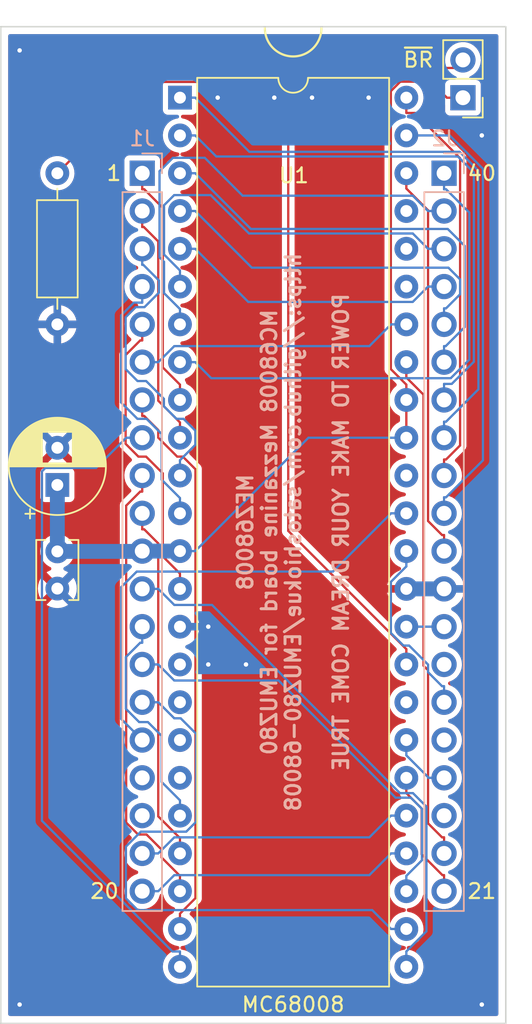
<source format=kicad_pcb>
(kicad_pcb (version 20211014) (generator pcbnew)
  (title_block (title "EMU68008") (date "2022-08-09") (rev "A"))
  (layers (0 "F.Cu" signal) (31 "B.Cu" signal) (34 "B.Paste" user) (35 "F.Paste" user) (36 "B.SilkS" user "B.Silkscreen") (37 "F.SilkS" user "F.Silkscreen") (38 "B.Mask" user) (39 "F.Mask" user) (44 "Edge.Cuts" user))
  (net 0 "")
  (net 1 "GND")
  (net 2 "VCC")
  (net 3 "A11")
  (net 4 "A12")
  (net 5 "A13")
  (net 6 "A14")
  (net 7 "A15")
  (net 8 "RA2-CLK")
  (net 9 "D4")
  (net 10 "D3")
  (net 11 "D5")
  (net 12 "D6")
  (net 13 "D2")
  (net 14 "D7")
  (net 15 "D0")
  (net 16 "D1")
  (net 17 "RA4-DTACK")
  (net 18 "RE0-IPL1")
  (net 19 "A10")
  (net 20 "A9")
  (net 21 "A8")
  (net 22 "A7")
  (net 23 "A6")
  (net 24 "A5")
  (net 25 "A4")
  (net 26 "A3")
  (net 27 "A2")
  (net 28 "A1")
  (net 29 "A0")
  (net 30 "RA5-RW")
  (net 34 "RA0-AS")
  (net 35 "RA1-DS")
  (net 38 "/BR")
  (net 39 "RE2-RESET")
  (net 49 "RA3-IPL2")
  (net 50 "RE1-HALT")
  (footprint "Resistor_THT:R_Axial_DIN0207_L6.3mm_D2.5mm_P10.16mm_Horizontal" (layer "F.Cu") (at 103.81 92.85 -90)
    (fp_text reference "R1" hide)
    (fp_text value "10k")
    (pad "1" thru_hole circle (at 0 0 270) (size 1.6 1.6) (drill 0.8) (layers *.Cu *.Mask) (net 38 "/BR"))
    (pad "2" thru_hole oval (at 10.16 0 270) (size 1.6 1.6) (drill 0.8) (layers *.Cu *.Mask) (net 1 "GND"))
  )
  (footprint "Capacitor_THT:CP_Radial_D6.3mm_P2.50mm" (layer "F.Cu") (at 103.81 113.805 90)
    (fp_text reference "C2" hide)
    (fp_text value "47uF")
    (pad "1" thru_hole rect (at 0 0 90) (size 1.6 1.6) (drill 0.8) (layers *.Cu *.Mask) (net 2 "VCC"))
    (pad "2" thru_hole circle (at 2.5 0 90) (size 1.6 1.6) (drill 0.8) (layers *.Cu *.Mask) (net 1 "GND"))
  )
  (footprint "Package_DIP:DIP-48_W15.24mm" (layer "F.Cu") (at 112.065 87.77)
    (fp_text reference "U1" (at 7.665 5.23) (layer "F.SilkS"))
    (fp_text value "68008D")
    (pad "1" thru_hole rect (at 0 0) (size 1.6 1.6) (drill 0.8) (layers *.Cu *.Mask) (net 26 "A3"))
    (pad "2" thru_hole oval (at 0 2.54) (size 1.6 1.6) (drill 0.8) (layers *.Cu *.Mask) (net 25 "A4"))
    (pad "3" thru_hole oval (at 0 5.08) (size 1.6 1.6) (drill 0.8) (layers *.Cu *.Mask) (net 24 "A5"))
    (pad "4" thru_hole oval (at 0 7.62) (size 1.6 1.6) (drill 0.8) (layers *.Cu *.Mask) (net 23 "A6"))
    (pad "5" thru_hole oval (at 0 10.16) (size 1.6 1.6) (drill 0.8) (layers *.Cu *.Mask) (net 22 "A7"))
    (pad "6" thru_hole oval (at 0 12.7) (size 1.6 1.6) (drill 0.8) (layers *.Cu *.Mask) (net 21 "A8"))
    (pad "7" thru_hole oval (at 0 15.24) (size 1.6 1.6) (drill 0.8) (layers *.Cu *.Mask) (net 20 "A9"))
    (pad "8" thru_hole oval (at 0 17.78) (size 1.6 1.6) (drill 0.8) (layers *.Cu *.Mask) (net 19 "A10"))
    (pad "9" thru_hole oval (at 0 20.32) (size 1.6 1.6) (drill 0.8) (layers *.Cu *.Mask) (net 3 "A11"))
    (pad "10" thru_hole oval (at 0 22.86) (size 1.6 1.6) (drill 0.8) (layers *.Cu *.Mask) (net 4 "A12"))
    (pad "11" thru_hole oval (at 0 25.4) (size 1.6 1.6) (drill 0.8) (layers *.Cu *.Mask) (net 5 "A13"))
    (pad "12" thru_hole oval (at 0 27.94) (size 1.6 1.6) (drill 0.8) (layers *.Cu *.Mask) (net 6 "A14"))
    (pad "13" thru_hole oval (at 0 30.48) (size 1.6 1.6) (drill 0.8) (layers *.Cu *.Mask) (net 2 "VCC"))
    (pad "14" thru_hole oval (at 0 33.02) (size 1.6 1.6) (drill 0.8) (layers *.Cu *.Mask) (net 7 "A15"))
    (pad "15" thru_hole oval (at 0 35.56) (size 1.6 1.6) (drill 0.8) (layers *.Cu *.Mask) (net 1 "GND"))
    (pad "16" thru_hole oval (at 0 38.1) (size 1.6 1.6) (drill 0.8) (layers *.Cu *.Mask))
    (pad "17" thru_hole oval (at 0 40.64) (size 1.6 1.6) (drill 0.8) (layers *.Cu *.Mask))
    (pad "18" thru_hole oval (at 0 43.18) (size 1.6 1.6) (drill 0.8) (layers *.Cu *.Mask))
    (pad "19" thru_hole oval (at 0 45.72) (size 1.6 1.6) (drill 0.8) (layers *.Cu *.Mask))
    (pad "20" thru_hole oval (at 0 48.26) (size 1.6 1.6) (drill 0.8) (layers *.Cu *.Mask) (net 14 "D7"))
    (pad "21" thru_hole oval (at 0 50.8) (size 1.6 1.6) (drill 0.8) (layers *.Cu *.Mask) (net 12 "D6"))
    (pad "22" thru_hole oval (at 0 53.34) (size 1.6 1.6) (drill 0.8) (layers *.Cu *.Mask) (net 11 "D5"))
    (pad "23" thru_hole oval (at 0 55.88) (size 1.6 1.6) (drill 0.8) (layers *.Cu *.Mask) (net 9 "D4"))
    (pad "24" thru_hole oval (at 0 58.42) (size 1.6 1.6) (drill 0.8) (layers *.Cu *.Mask) (net 10 "D3"))
    (pad "25" thru_hole oval (at 15.24 58.42) (size 1.6 1.6) (drill 0.8) (layers *.Cu *.Mask) (net 13 "D2"))
    (pad "26" thru_hole oval (at 15.24 55.88) (size 1.6 1.6) (drill 0.8) (layers *.Cu *.Mask) (net 16 "D1"))
    (pad "27" thru_hole oval (at 15.24 53.34) (size 1.6 1.6) (drill 0.8) (layers *.Cu *.Mask) (net 15 "D0"))
    (pad "28" thru_hole oval (at 15.24 50.8) (size 1.6 1.6) (drill 0.8) (layers *.Cu *.Mask) (net 34 "RA0-AS"))
    (pad "29" thru_hole oval (at 15.24 48.26) (size 1.6 1.6) (drill 0.8) (layers *.Cu *.Mask) (net 35 "RA1-DS"))
    (pad "30" thru_hole oval (at 15.24 45.72) (size 1.6 1.6) (drill 0.8) (layers *.Cu *.Mask) (net 30 "RA5-RW"))
    (pad "31" thru_hole oval (at 15.24 43.18) (size 1.6 1.6) (drill 0.8) (layers *.Cu *.Mask) (net 17 "RA4-DTACK"))
    (pad "32" thru_hole oval (at 15.24 40.64) (size 1.6 1.6) (drill 0.8) (layers *.Cu *.Mask))
    (pad "33" thru_hole oval (at 15.24 38.1) (size 1.6 1.6) (drill 0.8) (layers *.Cu *.Mask) (net 38 "/BR"))
    (pad "34" thru_hole oval (at 15.24 35.56) (size 1.6 1.6) (drill 0.8) (layers *.Cu *.Mask) (net 8 "RA2-CLK"))
    (pad "35" thru_hole oval (at 15.24 33.02) (size 1.6 1.6) (drill 0.8) (layers *.Cu *.Mask) (net 1 "GND"))
    (pad "36" thru_hole oval (at 15.24 30.48) (size 1.6 1.6) (drill 0.8) (layers *.Cu *.Mask) (net 50 "RE1-HALT"))
    (pad "37" thru_hole oval (at 15.24 27.94) (size 1.6 1.6) (drill 0.8) (layers *.Cu *.Mask) (net 39 "RE2-RESET"))
    (pad "38" thru_hole oval (at 15.24 25.4) (size 1.6 1.6) (drill 0.8) (layers *.Cu *.Mask))
    (pad "39" thru_hole oval (at 15.24 22.86) (size 1.6 1.6) (drill 0.8) (layers *.Cu *.Mask) (net 2 "VCC"))
    (pad "40" thru_hole oval (at 15.24 20.32) (size 1.6 1.6) (drill 0.8) (layers *.Cu *.Mask) (net 2 "VCC"))
    (pad "41" thru_hole oval (at 15.24 17.78) (size 1.6 1.6) (drill 0.8) (layers *.Cu *.Mask) (net 18 "RE0-IPL1"))
    (pad "42" thru_hole oval (at 15.24 15.24) (size 1.6 1.6) (drill 0.8) (layers *.Cu *.Mask) (net 49 "RA3-IPL2"))
    (pad "43" thru_hole oval (at 15.24 12.7) (size 1.6 1.6) (drill 0.8) (layers *.Cu *.Mask))
    (pad "44" thru_hole oval (at 15.24 10.16) (size 1.6 1.6) (drill 0.8) (layers *.Cu *.Mask))
    (pad "45" thru_hole oval (at 15.24 7.62) (size 1.6 1.6) (drill 0.8) (layers *.Cu *.Mask))
    (pad "46" thru_hole oval (at 15.24 5.08) (size 1.6 1.6) (drill 0.8) (layers *.Cu *.Mask) (net 29 "A0"))
    (pad "47" thru_hole oval (at 15.24 2.54) (size 1.6 1.6) (drill 0.8) (layers *.Cu *.Mask) (net 28 "A1"))
    (pad "48" thru_hole oval (at 15.24 0) (size 1.6 1.6) (drill 0.8) (layers *.Cu *.Mask) (net 27 "A2"))
  )
  (footprint "Connector_PinHeader_2.54mm:PinHeader_1x02_P2.54mm_Vertical" (layer "F.Cu") (at 131.115 87.775 180)
    (fp_text reference "J3" hide)
    (fp_text value "Conn_01x02")
    (pad "1" thru_hole rect (at 0 0 180) (size 1.7 1.7) (drill 1) (layers *.Cu *.Mask) (net 2 "VCC"))
    (pad "2" thru_hole oval (at 0 2.54 180) (size 1.7 1.7) (drill 1) (layers *.Cu *.Mask) (net 38 "/BR"))
  )
  (footprint "Capacitor_THT:C_Disc_D3.8mm_W2.6mm_P2.50mm" (layer "F.Cu") (at 103.81 118.27 -90)
    (fp_text reference "C1" hide)
    (fp_text value "0.1uF")
    (pad "1" thru_hole circle (at 0 0 270) (size 1.6 1.6) (drill 0.8) (layers *.Cu *.Mask) (net 2 "VCC"))
    (pad "2" thru_hole circle (at 2.5 0 270) (size 1.6 1.6) (drill 0.8) (layers *.Cu *.Mask) (net 1 "GND"))
  )
  (footprint "Connector_PinHeader_2.54mm:PinHeader_1x20_P2.54mm_Vertical" (layer "B.Cu") (at 129.845 92.85 180)
    (fp_text reference "J2" (at 0 2.33) (layer "B.SilkS") (effects (justify mirror)))
    (fp_text value "Conn_01x20")
    (pad "1" thru_hole rect (at 0 0 180) (size 1.7 1.7) (drill 1) (layers *.Cu *.Mask) (net 19 "A10"))
    (pad "2" thru_hole oval (at 0 -2.54 180) (size 1.7 1.7) (drill 1) (layers *.Cu *.Mask) (net 20 "A9"))
    (pad "3" thru_hole oval (at 0 -5.08 180) (size 1.7 1.7) (drill 1) (layers *.Cu *.Mask) (net 21 "A8"))
    (pad "4" thru_hole oval (at 0 -7.62 180) (size 1.7 1.7) (drill 1) (layers *.Cu *.Mask) (net 22 "A7"))
    (pad "5" thru_hole oval (at 0 -10.16 180) (size 1.7 1.7) (drill 1) (layers *.Cu *.Mask) (net 23 "A6"))
    (pad "6" thru_hole oval (at 0 -12.7 180) (size 1.7 1.7) (drill 1) (layers *.Cu *.Mask) (net 24 "A5"))
    (pad "7" thru_hole oval (at 0 -15.24 180) (size 1.7 1.7) (drill 1) (layers *.Cu *.Mask) (net 25 "A4"))
    (pad "8" thru_hole oval (at 0 -17.78 180) (size 1.7 1.7) (drill 1) (layers *.Cu *.Mask) (net 26 "A3"))
    (pad "9" thru_hole oval (at 0 -20.32 180) (size 1.7 1.7) (drill 1) (layers *.Cu *.Mask) (net 27 "A2"))
    (pad "10" thru_hole oval (at 0 -22.86 180) (size 1.7 1.7) (drill 1) (layers *.Cu *.Mask) (net 28 "A1"))
    (pad "11" thru_hole oval (at 0 -25.4 180) (size 1.7 1.7) (drill 1) (layers *.Cu *.Mask) (net 29 "A0"))
    (pad "12" thru_hole oval (at 0 -27.94 180) (size 1.7 1.7) (drill 1) (layers *.Cu *.Mask) (net 1 "GND"))
    (pad "13" thru_hole oval (at 0 -30.48 180) (size 1.7 1.7) (drill 1) (layers *.Cu *.Mask) (net 8 "RA2-CLK"))
    (pad "14" thru_hole oval (at 0 -33.02 180) (size 1.7 1.7) (drill 1) (layers *.Cu *.Mask))
    (pad "15" thru_hole oval (at 0 -35.56 180) (size 1.7 1.7) (drill 1) (layers *.Cu *.Mask) (net 50 "RE1-HALT"))
    (pad "16" thru_hole oval (at 0 -38.1 180) (size 1.7 1.7) (drill 1) (layers *.Cu *.Mask))
    (pad "17" thru_hole oval (at 0 -40.64 180) (size 1.7 1.7) (drill 1) (layers *.Cu *.Mask) (net 17 "RA4-DTACK"))
    (pad "18" thru_hole oval (at 0 -43.18 180) (size 1.7 1.7) (drill 1) (layers *.Cu *.Mask))
    (pad "19" thru_hole oval (at 0 -45.72 180) (size 1.7 1.7) (drill 1) (layers *.Cu *.Mask) (net 18 "RE0-IPL1"))
    (pad "20" thru_hole oval (at 0 -48.26 180) (size 1.7 1.7) (drill 1) (layers *.Cu *.Mask) (net 30 "RA5-RW"))
  )
  (footprint "Connector_PinHeader_2.54mm:PinHeader_1x20_P2.54mm_Vertical" (layer "B.Cu") (at 109.525 92.85 180)
    (fp_text reference "J1" (at 0 2.33) (layer "B.SilkS") (effects (justify mirror)))
    (fp_text value "Conn_01x20")
    (pad "1" thru_hole rect (at 0 0 180) (size 1.7 1.7) (drill 1) (layers *.Cu *.Mask) (net 3 "A11"))
    (pad "2" thru_hole oval (at 0 -2.54 180) (size 1.7 1.7) (drill 1) (layers *.Cu *.Mask) (net 4 "A12"))
    (pad "3" thru_hole oval (at 0 -5.08 180) (size 1.7 1.7) (drill 1) (layers *.Cu *.Mask) (net 5 "A13"))
    (pad "4" thru_hole oval (at 0 -7.62 180) (size 1.7 1.7) (drill 1) (layers *.Cu *.Mask) (net 6 "A14"))
    (pad "5" thru_hole oval (at 0 -10.16 180) (size 1.7 1.7) (drill 1) (layers *.Cu *.Mask) (net 7 "A15"))
    (pad "6" thru_hole oval (at 0 -12.7 180) (size 1.7 1.7) (drill 1) (layers *.Cu *.Mask) (net 49 "RA3-IPL2"))
    (pad "7" thru_hole oval (at 0 -15.24 180) (size 1.7 1.7) (drill 1) (layers *.Cu *.Mask) (net 9 "D4"))
    (pad "8" thru_hole oval (at 0 -17.78 180) (size 1.7 1.7) (drill 1) (layers *.Cu *.Mask) (net 10 "D3"))
    (pad "9" thru_hole oval (at 0 -20.32 180) (size 1.7 1.7) (drill 1) (layers *.Cu *.Mask) (net 11 "D5"))
    (pad "10" thru_hole oval (at 0 -22.86 180) (size 1.7 1.7) (drill 1) (layers *.Cu *.Mask) (net 12 "D6"))
    (pad "11" thru_hole oval (at 0 -25.4 180) (size 1.7 1.7) (drill 1) (layers *.Cu *.Mask) (net 2 "VCC"))
    (pad "12" thru_hole oval (at 0 -27.94 180) (size 1.7 1.7) (drill 1) (layers *.Cu *.Mask) (net 13 "D2"))
    (pad "13" thru_hole oval (at 0 -30.48 180) (size 1.7 1.7) (drill 1) (layers *.Cu *.Mask) (net 14 "D7"))
    (pad "14" thru_hole oval (at 0 -33.02 180) (size 1.7 1.7) (drill 1) (layers *.Cu *.Mask) (net 15 "D0"))
    (pad "15" thru_hole oval (at 0 -35.56 180) (size 1.7 1.7) (drill 1) (layers *.Cu *.Mask) (net 16 "D1"))
    (pad "16" thru_hole oval (at 0 -38.1 180) (size 1.7 1.7) (drill 1) (layers *.Cu *.Mask) (net 39 "RE2-RESET"))
    (pad "17" thru_hole oval (at 0 -40.64 180) (size 1.7 1.7) (drill 1) (layers *.Cu *.Mask))
    (pad "18" thru_hole oval (at 0 -43.18 180) (size 1.7 1.7) (drill 1) (layers *.Cu *.Mask))
    (pad "19" thru_hole oval (at 0 -45.72 180) (size 1.7 1.7) (drill 1) (layers *.Cu *.Mask) (net 35 "RA1-DS"))
    (pad "20" thru_hole oval (at 0 -48.26 180) (size 1.7 1.7) (drill 1) (layers *.Cu *.Mask) (net 34 "RA0-AS"))
  )
  (gr_arc (start 121.59 83.095) (mid 119.685 85) (end 117.78 83.095) (layer "F.SilkS") (width 0.15))
  (gr_rect (start 100 150) (end 134 83) (layer "Edge.Cuts") (width 0.1) (fill none))
  (gr_text "MEZ68008\nMC68008 Mezzanine board for EMUZ80\nhttps://github.com/satoshiokue/EMUZ80-68008\n\nPOWER TO MAKE YOUR DREAM COME TRUE" (at 119.685 116.98 90) (layer "B.SilkS") (effects (font (size 1 1) (thickness 0.2)) (justify mirror)))
  (gr_text "~{BR}" (at 129.21 85.23) (layer "F.SilkS") (effects (font (size 1 1)) (justify right)))
  (gr_text "20" (at 106.985 141.11) (layer "F.SilkS") (effects (font (size 1 1))))
  (gr_text "40" (at 132.385 92.85) (layer "F.SilkS") (effects (font (size 1 1))))
  (gr_text "MC68008" (at 119.685 148.73) (layer "F.SilkS") (effects (font (size 1 1))))
  (gr_text "21" (at 132.385 141.11) (layer "F.SilkS") (effects (font (size 1 1))))
  (gr_text "1" (at 107.62 92.85) (layer "F.SilkS") (effects (font (size 1 1))))
  (via (at 101.27 84.595) (size 0.605) (drill 0.3) (layers "F.Cu" "B.Cu") (net 1))
  (via (at 124.765 87.77) (size 0.605) (drill 0.3) (layers "F.Cu" "B.Cu") (net 1))
  (via (at 113.97 125.87) (size 0.605) (drill 0.3) (layers "F.Cu" "B.Cu") (net 1))
  (via (at 120.955 87.77) (size 0.605) (drill 0.3) (layers "F.Cu" "B.Cu") (net 1))
  (via (at 118.415 87.77) (size 0.605) (drill 0.3) (layers "F.Cu" "B.Cu") (net 1))
  (via (at 114.605 87.77) (size 0.605) (drill 0.3) (layers "F.Cu" "B.Cu") (net 1))
  (via (at 113.97 123.33) (size 0.605) (drill 0.3) (layers "F.Cu" "B.Cu") (net 1))
  (via (at 132.385 90.31) (size 0.605) (drill 0.3) (layers "F.Cu" "B.Cu") (net 1))
  (via (at 101.27 148.73) (size 0.605) (drill 0.3) (layers "F.Cu" "B.Cu") (net 1))
  (via (at 116.51 125.87) (size 0.605) (drill 0.3) (layers "F.Cu" "B.Cu") (net 1))
  (via (at 132.385 148.73) (size 0.605) (drill 0.3) (layers "F.Cu" "B.Cu") (net 1))
  (segment (start 129.845 120.79) (end 127.305 120.79) (width 1) (layer "B.Cu") (net 1))
  (segment (start 126.2608 106.0169) (end 126.2608 87.3341) (width 0.1524) (layer "F.Cu") (net 2))
  (segment (start 127.305 110.63) (end 127.305 108.09) (width 0.1524) (layer "F.Cu") (net 2))
  (segment (start 131.115 87.775) (end 130.0361 87.775) (width 0.1524) (layer "F.Cu") (net 2))
  (segment (start 126.8984 86.6965) (end 128.9576 86.6965) (width 0.1524) (layer "F.Cu") (net 2))
  (segment (start 128.9576 86.6965) (end 130.0361 87.775) (width 0.1524) (layer "F.Cu") (net 2))
  (segment (start 127.305 107.0611) (end 126.2608 106.0169) (width 0.1524) (layer "F.Cu") (net 2))
  (segment (start 127.305 108.09) (end 127.305 107.0611) (width 0.1524) (layer "F.Cu") (net 2))
  (segment (start 126.2608 87.3341) (end 126.8984 86.6965) (width 0.1524) (layer "F.Cu") (net 2))
  (segment (start 103.81 118.27) (end 109.505 118.27) (width 1) (layer "B.Cu") (net 2))
  (segment (start 112.065 118.25) (end 113.0939 118.25) (width 0.1524) (layer "B.Cu") (net 2))
  (segment (start 113.0939 118.25) (end 120.7139 110.63) (width 0.1524) (layer "B.Cu") (net 2))
  (segment (start 120.7139 110.63) (end 127.305 110.63) (width 0.1524) (layer "B.Cu") (net 2))
  (segment (start 109.505 118.27) (end 109.525 118.25) (width 1) (layer "B.Cu") (net 2))
  (segment (start 109.525 118.25) (end 112.065 118.25) (width 1) (layer "B.Cu") (net 2))
  (segment (start 103.81 113.805) (end 103.81 118.27) (width 1) (layer "B.Cu") (net 2))
  (segment (start 109.525 93.9289) (end 109.6599 93.9289) (width 0.1524) (layer "F.Cu") (net 3))
  (segment (start 112.065 108.09) (end 112.065 107.0611) (width 0.1524) (layer "F.Cu") (net 3))
  (segment (start 109.525 92.85) (end 109.525 93.9289) (width 0.1524) (layer "F.Cu") (net 3))
  (segment (start 110.9091 105.9052) (end 112.065 107.0611) (width 0.1524) (layer "F.Cu") (net 3))
  (segment (start 110.9091 95.1781) (end 110.9091 105.9052) (width 0.1524) (layer "F.Cu") (net 3))
  (segment (start 109.6599 93.9289) (end 110.9091 95.1781) (width 0.1524) (layer "F.Cu") (net 3))
  (segment (start 109.6368 96.4689) (end 109.525 96.4689) (width 0.1524) (layer "F.Cu") (net 4))
  (segment (start 112.065 109.6011) (end 110.6039 108.14) (width 0.1524) (layer "F.Cu") (net 4))
  (segment (start 110.6039 97.436) (end 109.6368 96.4689) (width 0.1524) (layer "F.Cu") (net 4))
  (segment (start 110.6039 108.14) (end 110.6039 97.436) (width 0.1524) (layer "F.Cu") (net 4))
  (segment (start 109.525 95.39) (end 109.525 96.4689) (width 0.1524) (layer "F.Cu") (net 4))
  (segment (start 112.065 110.63) (end 112.065 109.6011) (width 0.1524) (layer "F.Cu") (net 4))
  (segment (start 111.8329 109.36) (end 112.3058 109.36) (width 0.1524) (layer "B.Cu") (net 5))
  (segment (start 108.4061 102.533) (end 108.4061 106.0162) (width 0.1524) (layer "B.Cu") (net 5))
  (segment (start 113.0997 110.1539) (end 113.0997 111.1064) (width 0.1524) (layer "B.Cu") (net 5))
  (segment (start 110.6465 100.8805) (end 109.6729 101.8541) (width 0.1524) (layer "B.Cu") (net 5))
  (segment (start 109.525 99.0089) (end 109.599 99.0089) (width 0.1524) (layer "B.Cu") (net 5))
  (segment (start 113.0997 111.1064) (end 112.065 112.1411) (width 0.1524) (layer "B.Cu") (net 5))
  (segment (start 109.599 99.0089) (end 110.6465 100.0564) (width 0.1524) (layer "B.Cu") (net 5))
  (segment (start 109.6729 101.8541) (end 109.085 101.8541) (width 0.1524) (layer "B.Cu") (net 5))
  (segment (start 109.085 101.8541) (end 108.4061 102.533) (width 0.1524) (layer "B.Cu") (net 5))
  (segment (start 112.065 113.17) (end 112.065 112.1411) (width 0.1524) (layer "B.Cu") (net 5))
  (segment (start 109.2099 106.82) (end 109.7893 106.82) (width 0.1524) (layer "B.Cu") (net 5))
  (segment (start 109.7893 106.82) (end 110.9828 108.0135) (width 0.1524) (layer "B.Cu") (net 5))
  (segment (start 112.3058 109.36) (end 113.0997 110.1539) (width 0.1524) (layer "B.Cu") (net 5))
  (segment (start 110.9828 108.5099) (end 111.8329 109.36) (width 0.1524) (layer "B.Cu") (net 5))
  (segment (start 110.9828 108.0135) (end 110.9828 108.5099) (width 0.1524) (layer "B.Cu") (net 5))
  (segment (start 108.4061 106.0162) (end 109.2099 106.82) (width 0.1524) (layer "B.Cu") (net 5))
  (segment (start 109.525 97.93) (end 109.525 99.0089) (width 0.1524) (layer "B.Cu") (net 5))
  (segment (start 110.6465 100.0564) (end 110.6465 100.8805) (width 0.1524) (layer "B.Cu") (net 5))
  (segment (start 108.9585 101.5489) (end 108.1009 102.4065) (width 0.1524) (layer "B.Cu") (net 6))
  (segment (start 109.2028 109.36) (end 109.8158 109.36) (width 0.1524) (layer "B.Cu") (net 6))
  (segment (start 109.8158 109.36) (end 110.8303 110.3745) (width 0.1524) (layer "B.Cu") (net 6))
  (segment (start 110.8303 113.4464) (end 112.065 114.6811) (width 0.1524) (layer "B.Cu") (net 6))
  (segment (start 108.1009 102.4065) (end 108.1009 108.2581) (width 0.1524) (layer "B.Cu") (net 6))
  (segment (start 109.525 100.47) (end 109.525 101.5489) (width 0.1524) (layer "B.Cu") (net 6))
  (segment (start 112.065 115.71) (end 112.065 114.6811) (width 0.1524) (layer "B.Cu") (net 6))
  (segment (start 108.1009 108.2581) (end 109.2028 109.36) (width 0.1524) (layer "B.Cu") (net 6))
  (segment (start 110.8303 110.3745) (end 110.8303 113.4464) (width 0.1524) (layer "B.Cu") (net 6))
  (segment (start 109.525 101.5489) (end 108.9585 101.5489) (width 0.1524) (layer "B.Cu") (net 6))
  (segment (start 109.525 104.0889) (end 109.3901 104.0889) (width 0.1524) (layer "F.Cu") (net 7))
  (segment (start 109.2686 111.9) (end 109.786 111.9) (width 0.1524) (layer "F.Cu") (net 7))
  (segment (start 108.4058 111.0372) (end 109.2686 111.9) (width 0.1524) (layer "F.Cu") (net 7))
  (segment (start 108.4058 105.0732) (end 108.4058 111.0372) (width 0.1524) (layer "F.Cu") (net 7))
  (segment (start 112.065 120.79) (end 112.065 119.7611) (width 0.1524) (layer "F.Cu") (net 7))
  (segment (start 110.9091 118.6052) (end 112.065 119.7611) (width 0.1524) (layer "F.Cu") (net 7))
  (segment (start 110.9091 113.0231) (end 110.9091 118.6052) (width 0.1524) (layer "F.Cu") (net 7))
  (segment (start 109.3901 104.0889) (end 108.4058 105.0732) (width 0.1524) (layer "F.Cu") (net 7))
  (segment (start 109.786 111.9) (end 110.9091 113.0231) (width 0.1524) (layer "F.Cu") (net 7))
  (segment (start 109.525 103.01) (end 109.525 104.0889) (width 0.1524) (layer "F.Cu") (net 7))
  (segment (start 129.845 123.33) (end 127.305 123.33) (width 0.1524) (layer "B.Cu") (net 8))
  (segment (start 109.66 109.1689) (end 110.6039 110.1128) (width 0.1524) (layer "F.Cu") (net 9))
  (segment (start 112.065 143.65) (end 112.065 142.6211) (width 0.1524) (layer "F.Cu") (net 9))
  (segment (start 113.1078 112.749) (end 113.1078 141.5783) (width 0.1524) (layer "F.Cu") (net 9))
  (segment (start 110.6039 110.1128) (end 110.6039 110.6249) (width 0.1524) (layer "F.Cu") (net 9))
  (segment (start 112.2588 111.9) (end 113.1078 112.749) (width 0.1524) (layer "F.Cu") (net 9))
  (segment (start 109.525 109.1689) (end 109.66 109.1689) (width 0.1524) (layer "F.Cu") (net 9))
  (segment (start 113.1078 141.5783) (end 112.065 142.6211) (width 0.1524) (layer "F.Cu") (net 9))
  (segment (start 111.879 111.9) (end 112.2588 111.9) (width 0.1524) (layer "F.Cu") (net 9))
  (segment (start 110.6039 110.6249) (end 111.879 111.9) (width 0.1524) (layer "F.Cu") (net 9))
  (segment (start 109.525 108.09) (end 109.525 109.1689) (width 0.1524) (layer "F.Cu") (net 9))
  (segment (start 111.5601 145.1611) (end 112.065 145.1611) (width 0.1524) (layer "B.Cu") (net 10))
  (segment (start 112.065 146.19) (end 112.065 145.1611) (width 0.1524) (layer "B.Cu") (net 10))
  (segment (start 106.4131 112.663) (end 103.0018 112.663) (width 0.1524) (layer "B.Cu") (net 10))
  (segment (start 108.4461 110.63) (end 106.4131 112.663) (width 0.1524) (layer "B.Cu") (net 10))
  (segment (start 109.525 110.63) (end 108.4461 110.63) (width 0.1524) (layer "B.Cu") (net 10))
  (segment (start 102.7732 112.8916) (end 102.7732 136.3742) (width 0.1524) (layer "B.Cu") (net 10))
  (segment (start 103.0018 112.663) (end 102.7732 112.8916) (width 0.1524) (layer "B.Cu") (net 10))
  (segment (start 102.7732 136.3742) (end 111.5601 145.1611) (width 0.1524) (layer "B.Cu") (net 10))
  (segment (start 108.4436 136.4956) (end 109.248 137.3) (width 0.1524) (layer "F.Cu") (net 11))
  (segment (start 112.065 141.11) (end 112.065 140.0811) (width 0.1524) (layer "F.Cu") (net 11))
  (segment (start 108.4436 115.1954) (end 108.4436 136.4956) (width 0.1524) (layer "F.Cu") (net 11))
  (segment (start 110.8303 138.8464) (end 112.065 140.0811) (width 0.1524) (layer "F.Cu") (net 11))
  (segment (start 109.8138 137.3) (end 110.8303 138.3165) (width 0.1524) (layer "F.Cu") (net 11))
  (segment (start 109.248 137.3) (end 109.8138 137.3) (width 0.1524) (layer "F.Cu") (net 11))
  (segment (start 109.3901 114.2489) (end 108.4436 115.1954) (width 0.1524) (layer "F.Cu") (net 11))
  (segment (start 109.525 114.2489) (end 109.3901 114.2489) (width 0.1524) (layer "F.Cu") (net 11))
  (segment (start 109.525 113.17) (end 109.525 114.2489) (width 0.1524) (layer "F.Cu") (net 11))
  (segment (start 110.8303 138.3165) (end 110.8303 138.8464) (width 0.1524) (layer "F.Cu") (net 11))
  (segment (start 109.525 115.71) (end 109.525 116.7889) (width 0.1524) (layer "F.Cu") (net 12))
  (segment (start 110.6039 136.08) (end 112.065 137.5411) (width 0.1524) (layer "F.Cu") (net 12))
  (segment (start 109.66 116.7889) (end 110.6039 117.7328) (width 0.1524) (layer "F.Cu") (net 12))
  (segment (start 112.065 138.57) (end 112.065 137.5411) (width 0.1524) (layer "F.Cu") (net 12))
  (segment (start 109.525 116.7889) (end 109.66 116.7889) (width 0.1524) (layer "F.Cu") (net 12))
  (segment (start 110.6039 117.7328) (end 110.6039 136.08) (width 0.1524) (layer "F.Cu") (net 12))
  (segment (start 111.6828 121.8689) (end 114.2234 121.8689) (width 0.1524) (layer "B.Cu") (net 13))
  (segment (start 128.6572 135.4253) (end 128.6572 143.8089) (width 0.1524) (layer "B.Cu") (net 13))
  (segment (start 114.2234 121.8689) (end 126.8735 134.519) (width 0.1524) (layer "B.Cu") (net 13))
  (segment (start 109.525 120.79) (end 110.6039 120.79) (width 0.1524) (layer "B.Cu") (net 13))
  (segment (start 128.6572 143.8089) (end 127.305 145.1611) (width 0.1524) (layer "B.Cu") (net 13))
  (segment (start 127.305 146.19) (end 127.305 145.1611) (width 0.1524) (layer "B.Cu") (net 13))
  (segment (start 127.7509 134.519) (end 128.6572 135.4253) (width 0.1524) (layer "B.Cu") (net 13))
  (segment (start 126.8735 134.519) (end 127.7509 134.519) (width 0.1524) (layer "B.Cu") (net 13))
  (segment (start 110.6039 120.79) (end 111.6828 121.8689) (width 0.1524) (layer "B.Cu") (net 13))
  (segment (start 109.3901 124.4089) (end 108.4227 125.3763) (width 0.1524) (layer "B.Cu") (net 14))
  (segment (start 109.3188 129.7441) (end 109.9091 129.7441) (width 0.1524) (layer "B.Cu") (net 14))
  (segment (start 110.8303 133.7664) (end 112.065 135.0011) (width 0.1524) (layer "B.Cu") (net 14))
  (segment (start 108.4227 125.3763) (end 108.4227 128.848) (width 0.1524) (layer "B.Cu") (net 14))
  (segment (start 110.8303 130.6653) (end 110.8303 133.7664) (width 0.1524) (layer "B.Cu") (net 14))
  (segment (start 109.9091 129.7441) (end 110.8303 130.6653) (width 0.1524) (layer "B.Cu") (net 14))
  (segment (start 108.4227 128.848) (end 109.3188 129.7441) (width 0.1524) (layer "B.Cu") (net 14))
  (segment (start 109.525 124.4089) (end 109.3901 124.4089) (width 0.1524) (layer "B.Cu") (net 14))
  (segment (start 109.525 123.33) (end 109.525 124.4089) (width 0.1524) (layer "B.Cu") (net 14))
  (segment (start 112.065 136.03) (end 112.065 135.0011) (width 0.1524) (layer "B.Cu") (net 14))
  (segment (start 126.5814 134.8242) (end 127.6037 134.8242) (width 0.1524) (layer "B.Cu") (net 15))
  (segment (start 128.352 135.5725) (end 128.352 139.0341) (width 0.1524) (layer "B.Cu") (net 15))
  (segment (start 127.305 141.11) (end 127.305 140.0811) (width 0.1524) (layer "B.Cu") (net 15))
  (segment (start 127.6037 134.8242) (end 128.352 135.5725) (width 0.1524) (layer "B.Cu") (net 15))
  (segment (start 110.6039 125.87) (end 111.6828 126.9489) (width 0.1524) (layer "B.Cu") (net 15))
  (segment (start 109.525 125.87) (end 110.6039 125.87) (width 0.1524) (layer "B.Cu") (net 15))
  (segment (start 118.7061 126.9489) (end 126.5814 134.8242) (width 0.1524) (layer "B.Cu") (net 15))
  (segment (start 128.352 139.0341) (end 127.305 140.0811) (width 0.1524) (layer "B.Cu") (net 15))
  (segment (start 111.6828 126.9489) (end 118.7061 126.9489) (width 0.1524) (layer "B.Cu") (net 15))
  (segment (start 125.0061 142.38) (end 126.2761 143.65) (width 0.1524) (layer "B.Cu") (net 16))
  (segment (start 127.305 143.65) (end 126.2761 143.65) (width 0.1524) (layer "B.Cu") (net 16))
  (segment (start 112.1126 129.4889) (end 113.1623 130.5386) (width 0.1524) (layer "B.Cu") (net 16))
  (segment (start 113.1623 130.5386) (end 113.1623 136.4353) (width 0.1524) (layer "B.Cu") (net 16))
  (segment (start 111.6828 129.4889) (end 112.1126 129.4889) (width 0.1524) (layer "B.Cu") (net 16))
  (segment (start 108.4267 138.1138) (end 108.4267 141.5879) (width 0.1524) (layer "B.Cu") (net 16))
  (segment (start 109.525 128.41) (end 110.6039 128.41) (width 0.1524) (layer "B.Cu") (net 16))
  (segment (start 113.1623 136.4353) (end 112.4886 137.109) (width 0.1524) (layer "B.Cu") (net 16))
  (segment (start 109.4315 137.109) (end 108.4267 138.1138) (width 0.1524) (layer "B.Cu") (net 16))
  (segment (start 110.6039 128.41) (end 111.6828 129.4889) (width 0.1524) (layer "B.Cu") (net 16))
  (segment (start 112.4886 137.109) (end 109.4315 137.109) (width 0.1524) (layer "B.Cu") (net 16))
  (segment (start 108.4267 141.5879) (end 109.2188 142.38) (width 0.1524) (layer "B.Cu") (net 16))
  (segment (start 109.2188 142.38) (end 125.0061 142.38) (width 0.1524) (layer "B.Cu") (net 16))
  (segment (start 128.7661 133.44) (end 127.305 131.9789) (width 0.1524) (layer "B.Cu") (net 17))
  (segment (start 129.845 133.49) (end 128.7661 133.49) (width 0.1524) (layer "B.Cu") (net 17))
  (segment (start 128.7661 133.49) (end 128.7661 133.44) (width 0.1524) (layer "B.Cu") (net 17))
  (segment (start 127.305 130.95) (end 127.305 131.9789) (width 0.1524) (layer "B.Cu") (net 17))
  (segment (start 129.71 137.4911) (end 128.7661 136.5472) (width 0.1524) (layer "F.Cu") (net 18))
  (segment (start 127.305 105.55) (end 127.305 106.5789) (width 0.1524) (layer "F.Cu") (net 18))
  (segment (start 128.4609 125.9511) (end 128.4609 107.7348) (width 0.1524) (layer "F.Cu") (net 18))
  (segment (start 128.7661 136.5472) (end 128.7661 126.2563) (width 0.1524) (layer "F.Cu") (net 18))
  (segment (start 129.845 137.4911) (end 129.71 137.4911) (width 0.1524) (layer "F.Cu") (net 18))
  (segment (start 129.845 138.57) (end 129.845 137.4911) (width 0.1524) (layer "F.Cu") (net 18))
  (segment (start 128.7661 126.2563) (end 128.4609 125.9511) (width 0.1524) (layer "F.Cu") (net 18))
  (segment (start 128.4609 107.7348) (end 127.305 106.5789) (width 0.1524) (layer "F.Cu") (net 18))
  (segment (start 131.5463 95.4953) (end 131.5463 105.3763) (width 0.1524) (layer "B.Cu") (net 19))
  (segment (start 130.2936 106.629) (end 114.1729 106.629) (width 0.1524) (layer "B.Cu") (net 19))
  (segment (start 129.845 92.85) (end 129.845 93.9289) (width 0.1524) (layer "B.Cu") (net 19))
  (segment (start 129.845 93.9289) (end 129.9799 93.9289) (width 0.1524) (layer "B.Cu") (net 19))
  (segment (start 112.065 105.55) (end 113.0939 105.55) (width 0.1524) (layer "B.Cu") (net 19))
  (segment (start 114.1729 106.629) (end 113.0939 105.55) (width 0.1524) (layer "B.Cu") (net 19))
  (segment (start 131.5463 105.3763) (end 130.2936 106.629) (width 0.1524) (layer "B.Cu") (net 19))
  (segment (start 129.9799 93.9289) (end 131.5463 95.4953) (width 0.1524) (layer "B.Cu") (net 19))
  (segment (start 111.5889 91.8147) (end 113.7353 91.8147) (width 0.1524) (layer "B.Cu") (net 20))
  (segment (start 116.2817 94.3611) (end 127.7372 94.3611) (width 0.1524) (layer "B.Cu") (net 20))
  (segment (start 110.6891 92.7145) (end 111.5889 91.8147) (width 0.1524) (layer "B.Cu") (net 20))
  (segment (start 113.7353 91.8147) (end 116.2817 94.3611) (width 0.1524) (layer "B.Cu") (net 20))
  (segment (start 112.065 103.01) (end 112.065 101.9811) (width 0.1524) (layer "B.Cu") (net 20))
  (segment (start 110.9942 100.9103) (end 110.9942 98.8077) (width 0.1524) (layer "B.Cu") (net 20))
  (segment (start 112.065 101.9811) (end 110.9942 100.9103) (width 0.1524) (layer "B.Cu") (net 20))
  (segment (start 110.9942 98.8077) (end 110.6891 98.5026) (width 0.1524) (layer "B.Cu") (net 20))
  (segment (start 127.7372 94.3611) (end 128.7661 95.39) (width 0.1524) (layer "B.Cu") (net 20))
  (segment (start 129.845 95.39) (end 128.7661 95.39) (width 0.1524) (layer "B.Cu") (net 20))
  (segment (start 110.6891 98.5026) (end 110.6891 92.7145) (width 0.1524) (layer "B.Cu") (net 20))
  (segment (start 128.7661 97.93) (end 127.7372 96.9011) (width 0.1524) (layer "B.Cu") (net 21))
  (segment (start 116.7134 96.9011) (end 114.1333 94.321) (width 0.1524) (layer "B.Cu") (net 21))
  (segment (start 114.1333 94.321) (end 111.6741 94.321) (width 0.1524) (layer "B.Cu") (net 21))
  (segment (start 129.845 97.93) (end 128.7661 97.93) (width 0.1524) (layer "B.Cu") (net 21))
  (segment (start 112.065 99.3853) (end 112.065 100.47) (width 0.1524) (layer "B.Cu") (net 21))
  (segment (start 110.9942 98.3145) (end 112.065 99.3853) (width 0.1524) (layer "B.Cu") (net 21))
  (segment (start 110.9942 95.0009) (end 110.9942 98.3145) (width 0.1524) (layer "B.Cu") (net 21))
  (segment (start 127.7372 96.9011) (end 116.7134 96.9011) (width 0.1524) (layer "B.Cu") (net 21))
  (segment (start 111.6741 94.321) (end 110.9942 95.0009) (width 0.1524) (layer "B.Cu") (net 21))
  (segment (start 116.6653 101.5014) (end 113.0939 97.93) (width 0.1524) (layer "B.Cu") (net 22))
  (segment (start 112.065 97.93) (end 113.0939 97.93) (width 0.1524) (layer "B.Cu") (net 22))
  (segment (start 129.845 100.47) (end 128.7661 100.47) (width 0.1524) (layer "B.Cu") (net 22))
  (segment (start 127.7347 101.5014) (end 116.6653 101.5014) (width 0.1524) (layer "B.Cu") (net 22))
  (segment (start 128.7661 100.47) (end 127.7347 101.5014) (width 0.1524) (layer "B.Cu") (net 22))
  (segment (start 129.845 103.01) (end 129.845 101.9311) (width 0.1524) (layer "B.Cu") (net 23))
  (segment (start 112.065 95.39) (end 113.0939 95.39) (width 0.1524) (layer "B.Cu") (net 23))
  (segment (start 130.9255 100.9855) (end 130.9255 99.9874) (width 0.1524) (layer "B.Cu") (net 23))
  (segment (start 116.9039 99.2) (end 113.0939 95.39) (width 0.1524) (layer "B.Cu") (net 23))
  (segment (start 129.845 101.9311) (end 129.9799 101.9311) (width 0.1524) (layer "B.Cu") (net 23))
  (segment (start 130.1381 99.2) (end 116.9039 99.2) (width 0.1524) (layer "B.Cu") (net 23))
  (segment (start 129.9799 101.9311) (end 130.9255 100.9855) (width 0.1524) (layer "B.Cu") (net 23))
  (segment (start 130.9255 99.9874) (end 130.1381 99.2) (width 0.1524) (layer "B.Cu") (net 23))
  (segment (start 112.065 92.85) (end 113.0939 92.85) (width 0.1524) (layer "B.Cu") (net 24))
  (segment (start 113.0939 92.85) (end 116.8398 96.5959) (width 0.1524) (layer "B.Cu") (net 24))
  (segment (start 116.8398 96.5959) (end 130.092 96.5959) (width 0.1524) (layer "B.Cu") (net 24))
  (segment (start 131.2306 97.7345) (end 131.2306 103.1973) (width 0.1524) (layer "B.Cu") (net 24))
  (segment (start 129.9568 104.4711) (end 129.845 104.4711) (width 0.1524) (layer "B.Cu") (net 24))
  (segment (start 130.092 96.5959) (end 131.2306 97.7345) (width 0.1524) (layer "B.Cu") (net 24))
  (segment (start 131.2306 103.1973) (end 129.9568 104.4711) (width 0.1524) (layer "B.Cu") (net 24))
  (segment (start 129.845 105.55) (end 129.845 104.4711) (width 0.1524) (layer "B.Cu") (net 24))
  (segment (start 129.845 108.09) (end 129.845 107.0111) (width 0.1524) (layer "B.Cu") (net 25))
  (segment (start 130.3633 107.0111) (end 131.8515 105.5229) (width 0.1524) (layer "B.Cu") (net 25))
  (segment (start 114.5091 91.7252) (end 113.0939 90.31) (width 0.1524) (layer "B.Cu") (net 25))
  (segment (start 129.845 107.0111) (end 130.3633 107.0111) (width 0.1524) (layer "B.Cu") (net 25))
  (segment (start 130.7734 91.7252) (end 114.5091 91.7252) (width 0.1524) (layer "B.Cu") (net 25))
  (segment (start 112.065 90.31) (end 113.0939 90.31) (width 0.1524) (layer "B.Cu") (net 25))
  (segment (start 131.8515 105.5229) (end 131.8515 92.8033) (width 0.1524) (layer "B.Cu") (net 25))
  (segment (start 131.8515 92.8033) (end 130.7734 91.7252) (width 0.1524) (layer "B.Cu") (net 25))
  (segment (start 132.1566 92.6768) (end 130.8913 91.4115) (width 0.1524) (layer "B.Cu") (net 26))
  (segment (start 129.9799 109.5511) (end 132.1566 107.3744) (width 0.1524) (layer "B.Cu") (net 26))
  (segment (start 132.1566 107.3744) (end 132.1566 92.6768) (width 0.1524) (layer "B.Cu") (net 26))
  (segment (start 129.845 110.63) (end 129.845 109.5511) (width 0.1524) (layer "B.Cu") (net 26))
  (segment (start 129.845 109.5511) (end 129.9799 109.5511) (width 0.1524) (layer "B.Cu") (net 26))
  (segment (start 116.7354 91.4115) (end 113.0939 87.77) (width 0.1524) (layer "B.Cu") (net 26))
  (segment (start 112.065 87.77) (end 113.0939 87.77) (width 0.1524) (layer "B.Cu") (net 26))
  (segment (start 130.8913 91.4115) (end 116.7354 91.4115) (width 0.1524) (layer "B.Cu") (net 26))
  (segment (start 130.924 91.8409) (end 127.882 88.7989) (width 0.1524) (layer "F.Cu") (net 27))
  (segment (start 129.845 113.17) (end 129.845 112.0911) (width 0.1524) (layer "F.Cu") (net 27))
  (segment (start 127.305 87.77) (end 127.305 88.7989) (width 0.1524) (layer "F.Cu") (net 27))
  (segment (start 129.845 112.0911) (end 129.9799 112.0911) (width 0.1524) (layer "F.Cu") (net 27))
  (segment (start 130.924 111.147) (end 130.924 91.8409) (width 0.1524) (layer "F.Cu") (net 27))
  (segment (start 129.9799 112.0911) (end 130.924 111.147) (width 0.1524) (layer "F.Cu") (net 27))
  (segment (start 127.882 88.7989) (end 127.305 88.7989) (width 0.1524) (layer "F.Cu") (net 27))
  (segment (start 132.4617 112.1493) (end 132.4617 92.5503) (width 0.1524) (layer "B.Cu") (net 28))
  (segment (start 130.2214 90.31) (end 127.305 90.31) (width 0.1524) (layer "B.Cu") (net 28))
  (segment (start 129.9799 114.6311) (end 132.4617 112.1493) (width 0.1524) (layer "B.Cu") (net 28))
  (segment (start 129.845 114.6311) (end 129.9799 114.6311) (width 0.1524) (layer "B.Cu") (net 28))
  (segment (start 132.4617 92.5503) (end 130.2214 90.31) (width 0.1524) (layer "B.Cu") (net 28))
  (segment (start 129.845 115.71) (end 129.845 114.6311) (width 0.1524) (layer "B.Cu") (net 28))
  (segment (start 128.7661 95.34) (end 127.305 93.8789) (width 0.1524) (layer "F.Cu") (net 29))
  (segment (start 129.845 117.1711) (end 129.71 117.1711) (width 0.1524) (layer "F.Cu") (net 29))
  (segment (start 129.71 117.1711) (end 128.7661 116.2272) (width 0.1524) (layer "F.Cu") (net 29))
  (segment (start 128.7661 116.2272) (end 128.7661 95.34) (width 0.1524) (layer "F.Cu") (net 29))
  (segment (start 129.845 118.25) (end 129.845 117.1711) (width 0.1524) (layer "F.Cu") (net 29))
  (segment (start 127.305 92.85) (end 127.305 93.8789) (width 0.1524) (layer "F.Cu") (net 29))
  (segment (start 129.7332 140.0311) (end 129.845 140.0311) (width 0.1524) (layer "F.Cu") (net 30))
  (segment (start 128.3339 138.6318) (end 129.7332 140.0311) (width 0.1524) (layer "F.Cu") (net 30))
  (segment (start 127.305 133.49) (end 127.305 134.5189) (width 0.1524) (layer "F.Cu") (net 30))
  (segment (start 128.3339 135.5478) (end 128.3339 138.6318) (width 0.1524) (layer "F.Cu") (net 30))
  (segment (start 129.845 141.11) (end 129.845 140.0311) (width 0.1524) (layer "F.Cu") (net 30))
  (segment (start 127.305 134.5189) (end 128.3339 135.5478) (width 0.1524) (layer "F.Cu") (net 30))
  (segment (start 111.6828 140.0311) (end 124.815 140.0311) (width 0.1524) (layer "B.Cu") (net 34))
  (segment (start 110.6039 141.11) (end 111.6828 140.0311) (width 0.1524) (layer "B.Cu") (net 34))
  (segment (start 127.305 138.57) (end 126.2761 138.57) (width 0.1524) (layer "B.Cu") (net 34))
  (segment (start 124.815 140.0311) (end 126.2761 138.57) (width 0.1524) (layer "B.Cu") (net 34))
  (segment (start 109.525 141.11) (end 110.6039 141.11) (width 0.1524) (layer "B.Cu") (net 34))
  (segment (start 110.6039 138.57) (end 111.6828 137.4911) (width 0.1524) (layer "B.Cu") (net 35))
  (segment (start 127.305 136.03) (end 126.2761 136.03) (width 0.1524) (layer "B.Cu") (net 35))
  (segment (start 111.6828 137.4911) (end 124.815 137.4911) (width 0.1524) (layer "B.Cu") (net 35))
  (segment (start 109.525 138.57) (end 110.6039 138.57) (width 0.1524) (layer "B.Cu") (net 35))
  (segment (start 124.815 137.4911) (end 126.2761 136.03) (width 0.1524) (layer "B.Cu") (net 35))
  (segment (start 119.3552 116.8913) (end 127.305 124.8411) (width 0.1524) (layer "F.Cu") (net 38))
  (segment (start 131.115 85.7744) (end 120.2949 85.7744) (width 0.1524) (layer "F.Cu") (net 38))
  (segment (start 119.3552 86.7141) (end 119.3552 116.8913) (width 0.1524) (layer "F.Cu") (net 38))
  (segment (start 131.115 85.235) (end 131.115 85.7744) (width 0.1524) (layer "F.Cu") (net 38))
  (segment (start 109.9459 86.7141) (end 103.81 92.85) (width 0.1524) (layer "F.Cu") (net 38))
  (segment (start 119.3552 86.7141) (end 109.9459 86.7141) (width 0.1524) (layer "F.Cu") (net 38))
  (segment (start 120.2949 85.7744) (end 119.3552 86.7141) (width 0.1524) (layer "F.Cu") (net 38))
  (segment (start 127.305 125.87) (end 127.305 124.8411) (width 0.1524) (layer "F.Cu") (net 38))
  (segment (start 127.305 115.71) (end 126.2761 115.71) (width 0.1524) (layer "B.Cu") (net 39))
  (segment (start 122.3598 119.6263) (end 109.1539 119.6263) (width 0.1524) (layer "B.Cu") (net 39))
  (segment (start 109.1539 119.6263) (end 108.1138 120.6664) (width 0.1524) (layer "B.Cu") (net 39))
  (segment (start 126.2761 115.71) (end 122.3598 119.6263) (width 0.1524) (layer "B.Cu") (net 39))
  (segment (start 108.1138 129.5388) (end 109.525 130.95) (width 0.1524) (layer "B.Cu") (net 39))
  (segment (start 108.1138 120.6664) (end 108.1138 129.5388) (width 0.1524) (layer "B.Cu") (net 39))
  (segment (start 124.815 104.4711) (end 126.2761 103.01) (width 0.1524) (layer "B.Cu") (net 49))
  (segment (start 109.525 105.55) (end 110.6039 105.55) (width 0.1524) (layer "B.Cu") (net 49))
  (segment (start 110.6039 105.55) (end 111.6828 104.4711) (width 0.1524) (layer "B.Cu") (net 49))
  (segment (start 127.305 103.01) (end 126.2761 103.01) (width 0.1524) (layer "B.Cu") (net 49))
  (segment (start 111.6828 104.4711) (end 124.815 104.4711) (width 0.1524) (layer "B.Cu") (net 49))
  (segment (start 126.2623 123.751) (end 126.2623 120.3216) (width 0.1524) (layer "B.Cu") (net 50))
  (segment (start 126.2623 120.3216) (end 127.305 119.2789) (width 0.1524) (layer "B.Cu") (net 50))
  (segment (start 128.7661 125.8751) (end 127.491 124.6) (width 0.1524) (layer "B.Cu") (net 50))
  (segment (start 129.845 127.3311) (end 129.71 127.3311) (width 0.1524) (layer "B.Cu") (net 50))
  (segment (start 127.491 124.6) (end 127.1113 124.6) (width 0.1524) (layer "B.Cu") (net 50))
  (segment (start 129.845 128.41) (end 129.845 127.3311) (width 0.1524) (layer "B.Cu") (net 50))
  (segment (start 128.7661 126.3872) (end 128.7661 125.8751) (width 0.1524) (layer "B.Cu") (net 50))
  (segment (start 127.1113 124.6) (end 126.2623 123.751) (width 0.1524) (layer "B.Cu") (net 50))
  (segment (start 129.71 127.3311) (end 128.7661 126.3872) (width 0.1524) (layer "B.Cu") (net 50))
  (segment (start 127.305 118.25) (end 127.305 119.2789) (width 0.1524) (layer "B.Cu") (net 50))
  (zone (net 1) (net_name "GND") (layers F&B.Cu) (connect_pads (clearance 0.35)) (min_thickness 0.254) (fill yes (thermal_gap 0.508) (thermal_bridge_width 0.508))
    (polygon (pts (xy 133.5 149.5) (xy 100.5 149.5) (xy 100.5 83.5) (xy 133.5 83.5)))
  )
)
</source>
